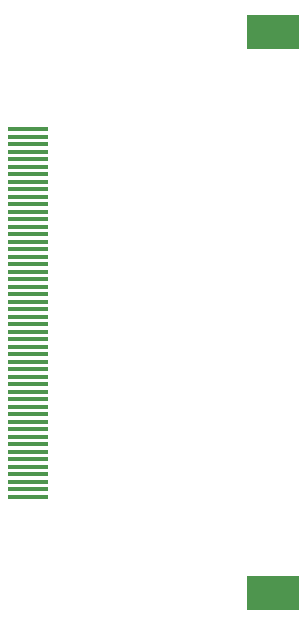
<source format=gtp>
%TF.GenerationSoftware,KiCad,Pcbnew,9.0.0*%
%TF.CreationDate,2025-03-26T11:16:54+02:00*%
%TF.ProjectId,xt-cf,78742d63-662e-46b6-9963-61645f706362,rev?*%
%TF.SameCoordinates,Original*%
%TF.FileFunction,Paste,Top*%
%TF.FilePolarity,Positive*%
%FSLAX46Y46*%
G04 Gerber Fmt 4.6, Leading zero omitted, Abs format (unit mm)*
G04 Created by KiCad (PCBNEW 9.0.0) date 2025-03-26 11:16:54*
%MOMM*%
%LPD*%
G01*
G04 APERTURE LIST*
%ADD10R,4.500880X2.999740*%
%ADD11R,3.500120X0.381000*%
G04 APERTURE END LIST*
D10*
%TO.C,P1*%
X196250040Y-119316500D03*
X196250040Y-71818500D03*
D11*
X175498240Y-111125000D03*
X175498240Y-109855000D03*
X175498240Y-108585000D03*
X175498240Y-107315000D03*
X175498240Y-106045000D03*
X175498240Y-104775000D03*
X175498240Y-103505000D03*
X175498240Y-102235000D03*
X175498240Y-100965000D03*
X175498240Y-99695000D03*
X175498240Y-98425000D03*
X175498240Y-97155000D03*
X175498240Y-95885000D03*
X175498240Y-94615000D03*
X175498240Y-93345000D03*
X175498240Y-92075000D03*
X175498240Y-90805000D03*
X175498240Y-89535000D03*
X175498240Y-88265000D03*
X175498240Y-86995000D03*
X175498240Y-85725000D03*
X175498240Y-84455000D03*
X175498240Y-83185000D03*
X175498240Y-81915000D03*
X175498240Y-80645000D03*
X175498240Y-110490000D03*
X175498240Y-109220000D03*
X175498240Y-107950000D03*
X175498240Y-106680000D03*
X175498240Y-105410000D03*
X175498240Y-104140000D03*
X175498240Y-102870000D03*
X175498240Y-101600000D03*
X175498240Y-100330000D03*
X175498240Y-99060000D03*
X175498240Y-97790000D03*
X175498240Y-96520000D03*
X175498240Y-95250000D03*
X175498240Y-93980000D03*
X175498240Y-92710000D03*
X175498240Y-91440000D03*
X175498240Y-90170000D03*
X175498240Y-88900000D03*
X175498240Y-87630000D03*
X175498240Y-86360000D03*
X175498240Y-85090000D03*
X175498240Y-83820000D03*
X175498240Y-82550000D03*
X175498240Y-81280000D03*
X175498240Y-80010000D03*
%TD*%
M02*

</source>
